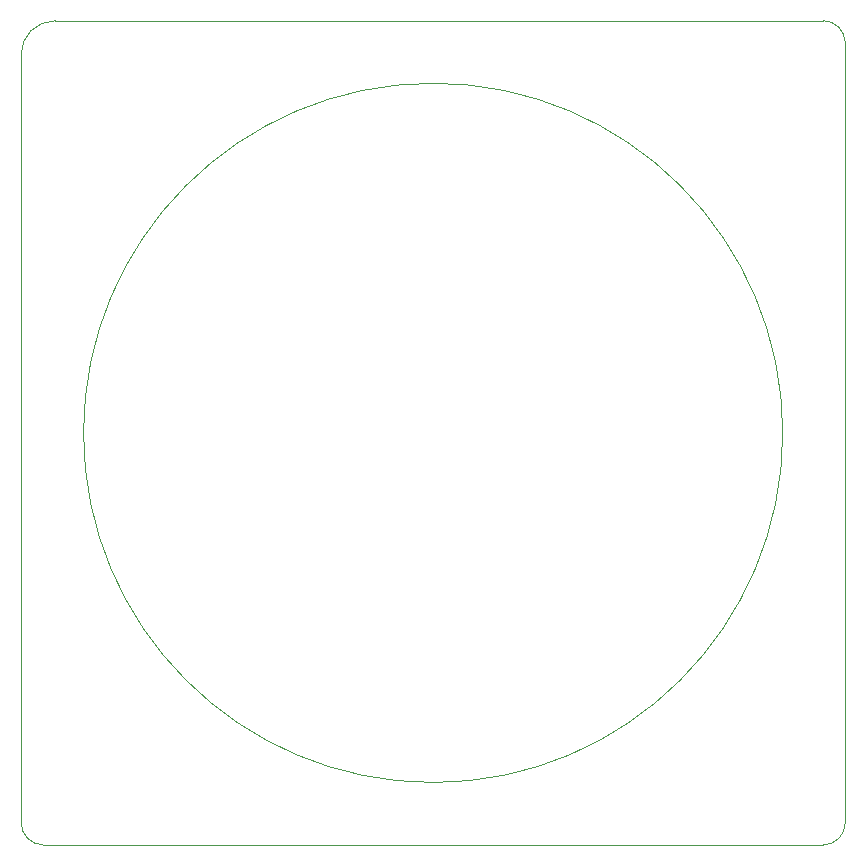
<source format=gbr>
G04 #@! TF.GenerationSoftware,KiCad,Pcbnew,(5.1.5)-3*
G04 #@! TF.CreationDate,2020-03-12T08:41:59+01:00*
G04 #@! TF.ProjectId,StepperClockLedRing,53746570-7065-4724-936c-6f636b4c6564,V0.1*
G04 #@! TF.SameCoordinates,Original*
G04 #@! TF.FileFunction,Profile,NP*
%FSLAX46Y46*%
G04 Gerber Fmt 4.6, Leading zero omitted, Abs format (unit mm)*
G04 Created by KiCad (PCBNEW (5.1.5)-3) date 2020-03-12 08:41:59*
%MOMM*%
%LPD*%
G04 APERTURE LIST*
%ADD10C,0.050000*%
G04 APERTURE END LIST*
D10*
X124150000Y-126500000D02*
G75*
G03X124150000Y-126500000I-29600000J0D01*
G01*
X61550000Y-161390000D02*
G75*
G02X59660000Y-159500000I0J1890000D01*
G01*
X59650000Y-94500000D02*
G75*
G02X62550000Y-91600000I2900000J0D01*
G01*
X127550000Y-91600000D02*
G75*
G02X129450000Y-93500000I0J-1900000D01*
G01*
X129450026Y-159500000D02*
G75*
G02X127560000Y-161400000I-1900026J0D01*
G01*
X129450026Y-159500000D02*
X129450000Y-93500000D01*
X61550000Y-161390000D02*
X127560000Y-161400000D01*
X59650000Y-94500000D02*
X59660000Y-159500000D01*
X62550000Y-91600000D02*
X127550000Y-91600000D01*
M02*

</source>
